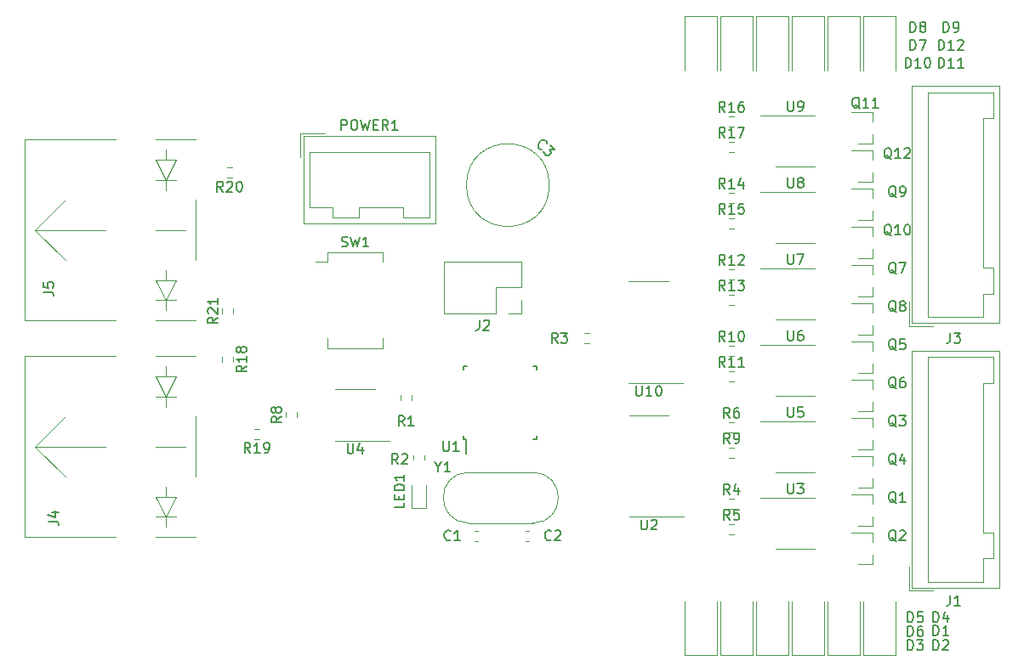
<source format=gto>
G04 #@! TF.GenerationSoftware,KiCad,Pcbnew,(5.1.9)-1*
G04 #@! TF.CreationDate,2021-06-09T23:16:39+02:00*
G04 #@! TF.ProjectId,decoder,6465636f-6465-4722-9e6b-696361645f70,rev?*
G04 #@! TF.SameCoordinates,Original*
G04 #@! TF.FileFunction,Legend,Top*
G04 #@! TF.FilePolarity,Positive*
%FSLAX46Y46*%
G04 Gerber Fmt 4.6, Leading zero omitted, Abs format (unit mm)*
G04 Created by KiCad (PCBNEW (5.1.9)-1) date 2021-06-09 23:16:39*
%MOMM*%
%LPD*%
G01*
G04 APERTURE LIST*
%ADD10C,0.120000*%
%ADD11C,0.150000*%
G04 APERTURE END LIST*
D10*
X155575000Y-85110000D02*
X153625000Y-85110000D01*
X155575000Y-85110000D02*
X157525000Y-85110000D01*
X155575000Y-95230000D02*
X153625000Y-95230000D01*
X155575000Y-95230000D02*
X159025000Y-95230000D01*
X126365000Y-95865000D02*
X124415000Y-95865000D01*
X126365000Y-95865000D02*
X128315000Y-95865000D01*
X126365000Y-100985000D02*
X124415000Y-100985000D01*
X126365000Y-100985000D02*
X129815000Y-100985000D01*
X155610000Y-98445000D02*
X153660000Y-98445000D01*
X155610000Y-98445000D02*
X157560000Y-98445000D01*
X155610000Y-108565000D02*
X153660000Y-108565000D01*
X155610000Y-108565000D02*
X159060000Y-108565000D01*
X113142500Y-88312258D02*
X113142500Y-87837742D01*
X114187500Y-88312258D02*
X114187500Y-87837742D01*
X114092258Y-74817500D02*
X113617742Y-74817500D01*
X114092258Y-73772500D02*
X113617742Y-73772500D01*
X116823258Y-100852500D02*
X116348742Y-100852500D01*
X116823258Y-99807500D02*
X116348742Y-99807500D01*
X114187500Y-92662742D02*
X114187500Y-93137258D01*
X113142500Y-92662742D02*
X113142500Y-93137258D01*
X110505000Y-71010000D02*
X106505000Y-71010000D01*
X102505000Y-71010000D02*
X93505000Y-71010000D01*
X93505000Y-71010000D02*
X93505000Y-89010000D01*
X93505000Y-89010000D02*
X102505000Y-89010000D01*
X106505000Y-89010000D02*
X110505000Y-89010000D01*
X110505000Y-77010000D02*
X110505000Y-83010000D01*
X108505000Y-85010000D02*
X106505000Y-85010000D01*
X106505000Y-85010000D02*
X107505000Y-87010000D01*
X107505000Y-87010000D02*
X108505000Y-85010000D01*
X107505000Y-85010000D02*
X107505000Y-84010000D01*
X108505000Y-87010000D02*
X106505000Y-87010000D01*
X107505000Y-87010000D02*
X107505000Y-88010000D01*
X107505000Y-72010000D02*
X107505000Y-73010000D01*
X107505000Y-73010000D02*
X106505000Y-73010000D01*
X106505000Y-73010000D02*
X107505000Y-75010000D01*
X107505000Y-75010000D02*
X108505000Y-73010000D01*
X108505000Y-73010000D02*
X107505000Y-73010000D01*
X108505000Y-75010000D02*
X106505000Y-75010000D01*
X107505000Y-76010000D02*
X107505000Y-75010000D01*
X109505000Y-80010000D02*
X106505000Y-80010000D01*
X101505000Y-80010000D02*
X94505000Y-80010000D01*
X94505000Y-80010000D02*
X97505000Y-83010000D01*
X94505000Y-80010000D02*
X97505000Y-77010000D01*
X110505000Y-92600000D02*
X106505000Y-92600000D01*
X102505000Y-92600000D02*
X93505000Y-92600000D01*
X93505000Y-92600000D02*
X93505000Y-110600000D01*
X93505000Y-110600000D02*
X102505000Y-110600000D01*
X106505000Y-110600000D02*
X110505000Y-110600000D01*
X110505000Y-98600000D02*
X110505000Y-104600000D01*
X108505000Y-106600000D02*
X106505000Y-106600000D01*
X106505000Y-106600000D02*
X107505000Y-108600000D01*
X107505000Y-108600000D02*
X108505000Y-106600000D01*
X107505000Y-106600000D02*
X107505000Y-105600000D01*
X108505000Y-108600000D02*
X106505000Y-108600000D01*
X107505000Y-108600000D02*
X107505000Y-109600000D01*
X107505000Y-93600000D02*
X107505000Y-94600000D01*
X107505000Y-94600000D02*
X106505000Y-94600000D01*
X106505000Y-94600000D02*
X107505000Y-96600000D01*
X107505000Y-96600000D02*
X108505000Y-94600000D01*
X108505000Y-94600000D02*
X107505000Y-94600000D01*
X108505000Y-96600000D02*
X106505000Y-96600000D01*
X107505000Y-97600000D02*
X107505000Y-96600000D01*
X109505000Y-101600000D02*
X106505000Y-101600000D01*
X101505000Y-101600000D02*
X94505000Y-101600000D01*
X94505000Y-101600000D02*
X97505000Y-104600000D01*
X94505000Y-101600000D02*
X97505000Y-98600000D01*
X181795000Y-89285000D02*
X190515000Y-89285000D01*
X190515000Y-89285000D02*
X190515000Y-65665000D01*
X190515000Y-65665000D02*
X181795000Y-65665000D01*
X181795000Y-65665000D02*
X181795000Y-89285000D01*
X183405000Y-88675000D02*
X188905000Y-88675000D01*
X188905000Y-88675000D02*
X188905000Y-86375000D01*
X188905000Y-86375000D02*
X189905000Y-86375000D01*
X189905000Y-86375000D02*
X189905000Y-83775000D01*
X189905000Y-83775000D02*
X188905000Y-83775000D01*
X188905000Y-83775000D02*
X188905000Y-68875000D01*
X188905000Y-68875000D02*
X189905000Y-68875000D01*
X189905000Y-68875000D02*
X189905000Y-66275000D01*
X189905000Y-66275000D02*
X183405000Y-66275000D01*
X183405000Y-66275000D02*
X183405000Y-88675000D01*
X183905000Y-89585000D02*
X181495000Y-89585000D01*
X181495000Y-89585000D02*
X181495000Y-87175000D01*
X176656000Y-58703000D02*
X173356000Y-58703000D01*
X173356000Y-58703000D02*
X173356000Y-64103000D01*
X176656000Y-58703000D02*
X176656000Y-64103000D01*
X180212000Y-58703000D02*
X176912000Y-58703000D01*
X176912000Y-58703000D02*
X176912000Y-64103000D01*
X180212000Y-58703000D02*
X180212000Y-64103000D01*
X169544000Y-58703000D02*
X166244000Y-58703000D01*
X166244000Y-58703000D02*
X166244000Y-64103000D01*
X169544000Y-58703000D02*
X169544000Y-64103000D01*
X173100000Y-58703000D02*
X169800000Y-58703000D01*
X169800000Y-58703000D02*
X169800000Y-64103000D01*
X173100000Y-58703000D02*
X173100000Y-64103000D01*
X162432000Y-58703000D02*
X159132000Y-58703000D01*
X159132000Y-58703000D02*
X159132000Y-64103000D01*
X162432000Y-58703000D02*
X162432000Y-64103000D01*
X165988000Y-58703000D02*
X162688000Y-58703000D01*
X162688000Y-58703000D02*
X162688000Y-64103000D01*
X165988000Y-58703000D02*
X165988000Y-64103000D01*
X162688000Y-122399000D02*
X165988000Y-122399000D01*
X165988000Y-122399000D02*
X165988000Y-116999000D01*
X162688000Y-122399000D02*
X162688000Y-116999000D01*
X159132000Y-122399000D02*
X162432000Y-122399000D01*
X162432000Y-122399000D02*
X162432000Y-116999000D01*
X159132000Y-122399000D02*
X159132000Y-116999000D01*
X169800000Y-122399000D02*
X173100000Y-122399000D01*
X173100000Y-122399000D02*
X173100000Y-116999000D01*
X169800000Y-122399000D02*
X169800000Y-116999000D01*
X166244000Y-122399000D02*
X169544000Y-122399000D01*
X169544000Y-122399000D02*
X169544000Y-116999000D01*
X166244000Y-122399000D02*
X166244000Y-116999000D01*
X176912000Y-122399000D02*
X180212000Y-122399000D01*
X180212000Y-122399000D02*
X180212000Y-116999000D01*
X176912000Y-122399000D02*
X176912000Y-116999000D01*
X173356000Y-122399000D02*
X176656000Y-122399000D01*
X176656000Y-122399000D02*
X176656000Y-116999000D01*
X173356000Y-122399000D02*
X173356000Y-116999000D01*
X170180000Y-73680000D02*
X172130000Y-73680000D01*
X170180000Y-73680000D02*
X168230000Y-73680000D01*
X170180000Y-68560000D02*
X172130000Y-68560000D01*
X170180000Y-68560000D02*
X166730000Y-68560000D01*
X170180000Y-81300000D02*
X172130000Y-81300000D01*
X170180000Y-81300000D02*
X168230000Y-81300000D01*
X170180000Y-76180000D02*
X172130000Y-76180000D01*
X170180000Y-76180000D02*
X166730000Y-76180000D01*
X170180000Y-88920000D02*
X172130000Y-88920000D01*
X170180000Y-88920000D02*
X168230000Y-88920000D01*
X170180000Y-83800000D02*
X172130000Y-83800000D01*
X170180000Y-83800000D02*
X166730000Y-83800000D01*
X170180000Y-96540000D02*
X172130000Y-96540000D01*
X170180000Y-96540000D02*
X168230000Y-96540000D01*
X170180000Y-91420000D02*
X172130000Y-91420000D01*
X170180000Y-91420000D02*
X166730000Y-91420000D01*
X170180000Y-104160000D02*
X172130000Y-104160000D01*
X170180000Y-104160000D02*
X168230000Y-104160000D01*
X170180000Y-99040000D02*
X172130000Y-99040000D01*
X170180000Y-99040000D02*
X166730000Y-99040000D01*
X170180000Y-111780000D02*
X172130000Y-111780000D01*
X170180000Y-111780000D02*
X168230000Y-111780000D01*
X170180000Y-106660000D02*
X172130000Y-106660000D01*
X170180000Y-106660000D02*
X166730000Y-106660000D01*
X163592742Y-71232500D02*
X164067258Y-71232500D01*
X163592742Y-72277500D02*
X164067258Y-72277500D01*
X163592742Y-68692500D02*
X164067258Y-68692500D01*
X163592742Y-69737500D02*
X164067258Y-69737500D01*
X163592742Y-78852500D02*
X164067258Y-78852500D01*
X163592742Y-79897500D02*
X164067258Y-79897500D01*
X163592742Y-76312500D02*
X164067258Y-76312500D01*
X163592742Y-77357500D02*
X164067258Y-77357500D01*
X163592742Y-86472500D02*
X164067258Y-86472500D01*
X163592742Y-87517500D02*
X164067258Y-87517500D01*
X163592742Y-83932500D02*
X164067258Y-83932500D01*
X163592742Y-84977500D02*
X164067258Y-84977500D01*
X163592742Y-94092500D02*
X164067258Y-94092500D01*
X163592742Y-95137500D02*
X164067258Y-95137500D01*
X163592742Y-91552500D02*
X164067258Y-91552500D01*
X163592742Y-92597500D02*
X164067258Y-92597500D01*
X163592742Y-101712500D02*
X164067258Y-101712500D01*
X163592742Y-102757500D02*
X164067258Y-102757500D01*
X163592742Y-99172500D02*
X164067258Y-99172500D01*
X163592742Y-100217500D02*
X164067258Y-100217500D01*
X163592742Y-109332500D02*
X164067258Y-109332500D01*
X163592742Y-110377500D02*
X164067258Y-110377500D01*
X163592742Y-106792500D02*
X164067258Y-106792500D01*
X163592742Y-107837500D02*
X164067258Y-107837500D01*
X177925000Y-75240000D02*
X177925000Y-74310000D01*
X177925000Y-72080000D02*
X177925000Y-73010000D01*
X177925000Y-72080000D02*
X175765000Y-72080000D01*
X177925000Y-75240000D02*
X176465000Y-75240000D01*
X177925000Y-71430000D02*
X177925000Y-70500000D01*
X177925000Y-68270000D02*
X177925000Y-69200000D01*
X177925000Y-68270000D02*
X175765000Y-68270000D01*
X177925000Y-71430000D02*
X176465000Y-71430000D01*
X177925000Y-82860000D02*
X177925000Y-81930000D01*
X177925000Y-79700000D02*
X177925000Y-80630000D01*
X177925000Y-79700000D02*
X175765000Y-79700000D01*
X177925000Y-82860000D02*
X176465000Y-82860000D01*
X177925000Y-79050000D02*
X177925000Y-78120000D01*
X177925000Y-75890000D02*
X177925000Y-76820000D01*
X177925000Y-75890000D02*
X175765000Y-75890000D01*
X177925000Y-79050000D02*
X176465000Y-79050000D01*
X177925000Y-90480000D02*
X177925000Y-89550000D01*
X177925000Y-87320000D02*
X177925000Y-88250000D01*
X177925000Y-87320000D02*
X175765000Y-87320000D01*
X177925000Y-90480000D02*
X176465000Y-90480000D01*
X177925000Y-86670000D02*
X177925000Y-85740000D01*
X177925000Y-83510000D02*
X177925000Y-84440000D01*
X177925000Y-83510000D02*
X175765000Y-83510000D01*
X177925000Y-86670000D02*
X176465000Y-86670000D01*
X177925000Y-98100000D02*
X177925000Y-97170000D01*
X177925000Y-94940000D02*
X177925000Y-95870000D01*
X177925000Y-94940000D02*
X175765000Y-94940000D01*
X177925000Y-98100000D02*
X176465000Y-98100000D01*
X177925000Y-94290000D02*
X177925000Y-93360000D01*
X177925000Y-91130000D02*
X177925000Y-92060000D01*
X177925000Y-91130000D02*
X175765000Y-91130000D01*
X177925000Y-94290000D02*
X176465000Y-94290000D01*
X177925000Y-105720000D02*
X177925000Y-104790000D01*
X177925000Y-102560000D02*
X177925000Y-103490000D01*
X177925000Y-102560000D02*
X175765000Y-102560000D01*
X177925000Y-105720000D02*
X176465000Y-105720000D01*
X177925000Y-101910000D02*
X177925000Y-100980000D01*
X177925000Y-98750000D02*
X177925000Y-99680000D01*
X177925000Y-98750000D02*
X175765000Y-98750000D01*
X177925000Y-101910000D02*
X176465000Y-101910000D01*
X177925000Y-113340000D02*
X177925000Y-112410000D01*
X177925000Y-110180000D02*
X177925000Y-111110000D01*
X177925000Y-110180000D02*
X175765000Y-110180000D01*
X177925000Y-113340000D02*
X176465000Y-113340000D01*
X177925000Y-109530000D02*
X177925000Y-108600000D01*
X177925000Y-106370000D02*
X177925000Y-107300000D01*
X177925000Y-106370000D02*
X175765000Y-106370000D01*
X177925000Y-109530000D02*
X176465000Y-109530000D01*
X181795000Y-115660000D02*
X190515000Y-115660000D01*
X190515000Y-115660000D02*
X190515000Y-92040000D01*
X190515000Y-92040000D02*
X181795000Y-92040000D01*
X181795000Y-92040000D02*
X181795000Y-115660000D01*
X183405000Y-115050000D02*
X188905000Y-115050000D01*
X188905000Y-115050000D02*
X188905000Y-112750000D01*
X188905000Y-112750000D02*
X189905000Y-112750000D01*
X189905000Y-112750000D02*
X189905000Y-110150000D01*
X189905000Y-110150000D02*
X188905000Y-110150000D01*
X188905000Y-110150000D02*
X188905000Y-95250000D01*
X188905000Y-95250000D02*
X189905000Y-95250000D01*
X189905000Y-95250000D02*
X189905000Y-92650000D01*
X189905000Y-92650000D02*
X183405000Y-92650000D01*
X183405000Y-92650000D02*
X183405000Y-115050000D01*
X183905000Y-115960000D02*
X181495000Y-115960000D01*
X181495000Y-115960000D02*
X181495000Y-113550000D01*
X142935000Y-83125000D02*
X142935000Y-85725000D01*
X142935000Y-83125000D02*
X135195000Y-83125000D01*
X135195000Y-83125000D02*
X135195000Y-88325000D01*
X140335000Y-88325000D02*
X135195000Y-88325000D01*
X140335000Y-85725000D02*
X140335000Y-88325000D01*
X142935000Y-85725000D02*
X140335000Y-85725000D01*
X142935000Y-88325000D02*
X141605000Y-88325000D01*
X142935000Y-86995000D02*
X142935000Y-88325000D01*
X145692437Y-75532437D02*
G75*
G03*
X145692437Y-75532437I-4120000J0D01*
G01*
D11*
X137150000Y-100850000D02*
X137375000Y-100850000D01*
X137150000Y-93600000D02*
X137475000Y-93600000D01*
X144400000Y-93600000D02*
X144075000Y-93600000D01*
X144400000Y-100850000D02*
X144075000Y-100850000D01*
X137150000Y-100850000D02*
X137150000Y-100525000D01*
X144400000Y-100850000D02*
X144400000Y-100525000D01*
X144400000Y-93600000D02*
X144400000Y-93925000D01*
X137150000Y-93600000D02*
X137150000Y-93925000D01*
X137375000Y-100850000D02*
X137375000Y-102275000D01*
D10*
X123604000Y-91765000D02*
X129125000Y-91765000D01*
X122414000Y-83140000D02*
X123604000Y-83140000D01*
X123604000Y-82225000D02*
X123604000Y-83140000D01*
X123604000Y-82225000D02*
X129125000Y-82225000D01*
X129125000Y-82225000D02*
X129125000Y-83200000D01*
X123604000Y-90790000D02*
X123604000Y-91765000D01*
X129125000Y-90790000D02*
X129125000Y-91765000D01*
X121225000Y-70670000D02*
X121225000Y-79390000D01*
X121225000Y-79390000D02*
X134345000Y-79390000D01*
X134345000Y-79390000D02*
X134345000Y-70670000D01*
X134345000Y-70670000D02*
X121225000Y-70670000D01*
X121835000Y-72280000D02*
X121835000Y-77780000D01*
X121835000Y-77780000D02*
X124135000Y-77780000D01*
X124135000Y-77780000D02*
X124135000Y-78780000D01*
X124135000Y-78780000D02*
X126735000Y-78780000D01*
X126735000Y-78780000D02*
X126735000Y-77780000D01*
X126735000Y-77780000D02*
X131135000Y-77780000D01*
X131135000Y-77780000D02*
X131135000Y-78780000D01*
X131135000Y-78780000D02*
X133735000Y-78780000D01*
X133735000Y-78780000D02*
X133735000Y-72280000D01*
X133735000Y-72280000D02*
X121835000Y-72280000D01*
X120925000Y-72780000D02*
X120925000Y-70370000D01*
X120925000Y-70370000D02*
X123335000Y-70370000D01*
X137670000Y-104155000D02*
X144070000Y-104155000D01*
X137670000Y-109205000D02*
X144070000Y-109205000D01*
X144070000Y-109205000D02*
G75*
G03*
X144070000Y-104155000I0J2525000D01*
G01*
X137670000Y-109205000D02*
G75*
G02*
X137670000Y-104155000I0J2525000D01*
G01*
X132192500Y-102917258D02*
X132192500Y-102442742D01*
X133237500Y-102917258D02*
X133237500Y-102442742D01*
X131980000Y-105397500D02*
X131980000Y-107682500D01*
X131980000Y-107682500D02*
X133450000Y-107682500D01*
X133450000Y-107682500D02*
X133450000Y-105397500D01*
X130922500Y-96947258D02*
X130922500Y-96472742D01*
X131967500Y-96947258D02*
X131967500Y-96472742D01*
X119492500Y-98662258D02*
X119492500Y-98187742D01*
X120537500Y-98662258D02*
X120537500Y-98187742D01*
X149177742Y-90282500D02*
X149652258Y-90282500D01*
X149177742Y-91327500D02*
X149652258Y-91327500D01*
X143369420Y-109980000D02*
X143650580Y-109980000D01*
X143369420Y-111000000D02*
X143650580Y-111000000D01*
X138289420Y-109980000D02*
X138570580Y-109980000D01*
X138289420Y-111000000D02*
X138570580Y-111000000D01*
D11*
X154336904Y-95522380D02*
X154336904Y-96331904D01*
X154384523Y-96427142D01*
X154432142Y-96474761D01*
X154527380Y-96522380D01*
X154717857Y-96522380D01*
X154813095Y-96474761D01*
X154860714Y-96427142D01*
X154908333Y-96331904D01*
X154908333Y-95522380D01*
X155908333Y-96522380D02*
X155336904Y-96522380D01*
X155622619Y-96522380D02*
X155622619Y-95522380D01*
X155527380Y-95665238D01*
X155432142Y-95760476D01*
X155336904Y-95808095D01*
X156527380Y-95522380D02*
X156622619Y-95522380D01*
X156717857Y-95570000D01*
X156765476Y-95617619D01*
X156813095Y-95712857D01*
X156860714Y-95903333D01*
X156860714Y-96141428D01*
X156813095Y-96331904D01*
X156765476Y-96427142D01*
X156717857Y-96474761D01*
X156622619Y-96522380D01*
X156527380Y-96522380D01*
X156432142Y-96474761D01*
X156384523Y-96427142D01*
X156336904Y-96331904D01*
X156289285Y-96141428D01*
X156289285Y-95903333D01*
X156336904Y-95712857D01*
X156384523Y-95617619D01*
X156432142Y-95570000D01*
X156527380Y-95522380D01*
X125603095Y-101277380D02*
X125603095Y-102086904D01*
X125650714Y-102182142D01*
X125698333Y-102229761D01*
X125793571Y-102277380D01*
X125984047Y-102277380D01*
X126079285Y-102229761D01*
X126126904Y-102182142D01*
X126174523Y-102086904D01*
X126174523Y-101277380D01*
X127079285Y-101610714D02*
X127079285Y-102277380D01*
X126841190Y-101229761D02*
X126603095Y-101944047D01*
X127222142Y-101944047D01*
X154848095Y-108857380D02*
X154848095Y-109666904D01*
X154895714Y-109762142D01*
X154943333Y-109809761D01*
X155038571Y-109857380D01*
X155229047Y-109857380D01*
X155324285Y-109809761D01*
X155371904Y-109762142D01*
X155419523Y-109666904D01*
X155419523Y-108857380D01*
X155848095Y-108952619D02*
X155895714Y-108905000D01*
X155990952Y-108857380D01*
X156229047Y-108857380D01*
X156324285Y-108905000D01*
X156371904Y-108952619D01*
X156419523Y-109047857D01*
X156419523Y-109143095D01*
X156371904Y-109285952D01*
X155800476Y-109857380D01*
X156419523Y-109857380D01*
X112687380Y-88717857D02*
X112211190Y-89051190D01*
X112687380Y-89289285D02*
X111687380Y-89289285D01*
X111687380Y-88908333D01*
X111735000Y-88813095D01*
X111782619Y-88765476D01*
X111877857Y-88717857D01*
X112020714Y-88717857D01*
X112115952Y-88765476D01*
X112163571Y-88813095D01*
X112211190Y-88908333D01*
X112211190Y-89289285D01*
X111782619Y-88336904D02*
X111735000Y-88289285D01*
X111687380Y-88194047D01*
X111687380Y-87955952D01*
X111735000Y-87860714D01*
X111782619Y-87813095D01*
X111877857Y-87765476D01*
X111973095Y-87765476D01*
X112115952Y-87813095D01*
X112687380Y-88384523D01*
X112687380Y-87765476D01*
X112687380Y-86813095D02*
X112687380Y-87384523D01*
X112687380Y-87098809D02*
X111687380Y-87098809D01*
X111830238Y-87194047D01*
X111925476Y-87289285D01*
X111973095Y-87384523D01*
X113212142Y-76177380D02*
X112878809Y-75701190D01*
X112640714Y-76177380D02*
X112640714Y-75177380D01*
X113021666Y-75177380D01*
X113116904Y-75225000D01*
X113164523Y-75272619D01*
X113212142Y-75367857D01*
X113212142Y-75510714D01*
X113164523Y-75605952D01*
X113116904Y-75653571D01*
X113021666Y-75701190D01*
X112640714Y-75701190D01*
X113593095Y-75272619D02*
X113640714Y-75225000D01*
X113735952Y-75177380D01*
X113974047Y-75177380D01*
X114069285Y-75225000D01*
X114116904Y-75272619D01*
X114164523Y-75367857D01*
X114164523Y-75463095D01*
X114116904Y-75605952D01*
X113545476Y-76177380D01*
X114164523Y-76177380D01*
X114783571Y-75177380D02*
X114878809Y-75177380D01*
X114974047Y-75225000D01*
X115021666Y-75272619D01*
X115069285Y-75367857D01*
X115116904Y-75558333D01*
X115116904Y-75796428D01*
X115069285Y-75986904D01*
X115021666Y-76082142D01*
X114974047Y-76129761D01*
X114878809Y-76177380D01*
X114783571Y-76177380D01*
X114688333Y-76129761D01*
X114640714Y-76082142D01*
X114593095Y-75986904D01*
X114545476Y-75796428D01*
X114545476Y-75558333D01*
X114593095Y-75367857D01*
X114640714Y-75272619D01*
X114688333Y-75225000D01*
X114783571Y-75177380D01*
X115943142Y-102212380D02*
X115609809Y-101736190D01*
X115371714Y-102212380D02*
X115371714Y-101212380D01*
X115752666Y-101212380D01*
X115847904Y-101260000D01*
X115895523Y-101307619D01*
X115943142Y-101402857D01*
X115943142Y-101545714D01*
X115895523Y-101640952D01*
X115847904Y-101688571D01*
X115752666Y-101736190D01*
X115371714Y-101736190D01*
X116895523Y-102212380D02*
X116324095Y-102212380D01*
X116609809Y-102212380D02*
X116609809Y-101212380D01*
X116514571Y-101355238D01*
X116419333Y-101450476D01*
X116324095Y-101498095D01*
X117371714Y-102212380D02*
X117562190Y-102212380D01*
X117657428Y-102164761D01*
X117705047Y-102117142D01*
X117800285Y-101974285D01*
X117847904Y-101783809D01*
X117847904Y-101402857D01*
X117800285Y-101307619D01*
X117752666Y-101260000D01*
X117657428Y-101212380D01*
X117466952Y-101212380D01*
X117371714Y-101260000D01*
X117324095Y-101307619D01*
X117276476Y-101402857D01*
X117276476Y-101640952D01*
X117324095Y-101736190D01*
X117371714Y-101783809D01*
X117466952Y-101831428D01*
X117657428Y-101831428D01*
X117752666Y-101783809D01*
X117800285Y-101736190D01*
X117847904Y-101640952D01*
X115547380Y-93542857D02*
X115071190Y-93876190D01*
X115547380Y-94114285D02*
X114547380Y-94114285D01*
X114547380Y-93733333D01*
X114595000Y-93638095D01*
X114642619Y-93590476D01*
X114737857Y-93542857D01*
X114880714Y-93542857D01*
X114975952Y-93590476D01*
X115023571Y-93638095D01*
X115071190Y-93733333D01*
X115071190Y-94114285D01*
X115547380Y-92590476D02*
X115547380Y-93161904D01*
X115547380Y-92876190D02*
X114547380Y-92876190D01*
X114690238Y-92971428D01*
X114785476Y-93066666D01*
X114833095Y-93161904D01*
X114975952Y-92019047D02*
X114928333Y-92114285D01*
X114880714Y-92161904D01*
X114785476Y-92209523D01*
X114737857Y-92209523D01*
X114642619Y-92161904D01*
X114595000Y-92114285D01*
X114547380Y-92019047D01*
X114547380Y-91828571D01*
X114595000Y-91733333D01*
X114642619Y-91685714D01*
X114737857Y-91638095D01*
X114785476Y-91638095D01*
X114880714Y-91685714D01*
X114928333Y-91733333D01*
X114975952Y-91828571D01*
X114975952Y-92019047D01*
X115023571Y-92114285D01*
X115071190Y-92161904D01*
X115166428Y-92209523D01*
X115356904Y-92209523D01*
X115452142Y-92161904D01*
X115499761Y-92114285D01*
X115547380Y-92019047D01*
X115547380Y-91828571D01*
X115499761Y-91733333D01*
X115452142Y-91685714D01*
X115356904Y-91638095D01*
X115166428Y-91638095D01*
X115071190Y-91685714D01*
X115023571Y-91733333D01*
X114975952Y-91828571D01*
X95337380Y-86185333D02*
X96051666Y-86185333D01*
X96194523Y-86232952D01*
X96289761Y-86328190D01*
X96337380Y-86471047D01*
X96337380Y-86566285D01*
X95337380Y-85232952D02*
X95337380Y-85709142D01*
X95813571Y-85756761D01*
X95765952Y-85709142D01*
X95718333Y-85613904D01*
X95718333Y-85375809D01*
X95765952Y-85280571D01*
X95813571Y-85232952D01*
X95908809Y-85185333D01*
X96146904Y-85185333D01*
X96242142Y-85232952D01*
X96289761Y-85280571D01*
X96337380Y-85375809D01*
X96337380Y-85613904D01*
X96289761Y-85709142D01*
X96242142Y-85756761D01*
X95845380Y-109045333D02*
X96559666Y-109045333D01*
X96702523Y-109092952D01*
X96797761Y-109188190D01*
X96845380Y-109331047D01*
X96845380Y-109426285D01*
X96178714Y-108140571D02*
X96845380Y-108140571D01*
X95797761Y-108378666D02*
X96512047Y-108616761D01*
X96512047Y-107997714D01*
X185594666Y-90257380D02*
X185594666Y-90971666D01*
X185547047Y-91114523D01*
X185451809Y-91209761D01*
X185308952Y-91257380D01*
X185213714Y-91257380D01*
X185975619Y-90257380D02*
X186594666Y-90257380D01*
X186261333Y-90638333D01*
X186404190Y-90638333D01*
X186499428Y-90685952D01*
X186547047Y-90733571D01*
X186594666Y-90828809D01*
X186594666Y-91066904D01*
X186547047Y-91162142D01*
X186499428Y-91209761D01*
X186404190Y-91257380D01*
X186118476Y-91257380D01*
X186023238Y-91209761D01*
X185975619Y-91162142D01*
X184459714Y-62047380D02*
X184459714Y-61047380D01*
X184697809Y-61047380D01*
X184840666Y-61095000D01*
X184935904Y-61190238D01*
X184983523Y-61285476D01*
X185031142Y-61475952D01*
X185031142Y-61618809D01*
X184983523Y-61809285D01*
X184935904Y-61904523D01*
X184840666Y-61999761D01*
X184697809Y-62047380D01*
X184459714Y-62047380D01*
X185983523Y-62047380D02*
X185412095Y-62047380D01*
X185697809Y-62047380D02*
X185697809Y-61047380D01*
X185602571Y-61190238D01*
X185507333Y-61285476D01*
X185412095Y-61333095D01*
X186364476Y-61142619D02*
X186412095Y-61095000D01*
X186507333Y-61047380D01*
X186745428Y-61047380D01*
X186840666Y-61095000D01*
X186888285Y-61142619D01*
X186935904Y-61237857D01*
X186935904Y-61333095D01*
X186888285Y-61475952D01*
X186316857Y-62047380D01*
X186935904Y-62047380D01*
X184459714Y-63825380D02*
X184459714Y-62825380D01*
X184697809Y-62825380D01*
X184840666Y-62873000D01*
X184935904Y-62968238D01*
X184983523Y-63063476D01*
X185031142Y-63253952D01*
X185031142Y-63396809D01*
X184983523Y-63587285D01*
X184935904Y-63682523D01*
X184840666Y-63777761D01*
X184697809Y-63825380D01*
X184459714Y-63825380D01*
X185983523Y-63825380D02*
X185412095Y-63825380D01*
X185697809Y-63825380D02*
X185697809Y-62825380D01*
X185602571Y-62968238D01*
X185507333Y-63063476D01*
X185412095Y-63111095D01*
X186935904Y-63825380D02*
X186364476Y-63825380D01*
X186650190Y-63825380D02*
X186650190Y-62825380D01*
X186554952Y-62968238D01*
X186459714Y-63063476D01*
X186364476Y-63111095D01*
X181157714Y-63825380D02*
X181157714Y-62825380D01*
X181395809Y-62825380D01*
X181538666Y-62873000D01*
X181633904Y-62968238D01*
X181681523Y-63063476D01*
X181729142Y-63253952D01*
X181729142Y-63396809D01*
X181681523Y-63587285D01*
X181633904Y-63682523D01*
X181538666Y-63777761D01*
X181395809Y-63825380D01*
X181157714Y-63825380D01*
X182681523Y-63825380D02*
X182110095Y-63825380D01*
X182395809Y-63825380D02*
X182395809Y-62825380D01*
X182300571Y-62968238D01*
X182205333Y-63063476D01*
X182110095Y-63111095D01*
X183300571Y-62825380D02*
X183395809Y-62825380D01*
X183491047Y-62873000D01*
X183538666Y-62920619D01*
X183586285Y-63015857D01*
X183633904Y-63206333D01*
X183633904Y-63444428D01*
X183586285Y-63634904D01*
X183538666Y-63730142D01*
X183491047Y-63777761D01*
X183395809Y-63825380D01*
X183300571Y-63825380D01*
X183205333Y-63777761D01*
X183157714Y-63730142D01*
X183110095Y-63634904D01*
X183062476Y-63444428D01*
X183062476Y-63206333D01*
X183110095Y-63015857D01*
X183157714Y-62920619D01*
X183205333Y-62873000D01*
X183300571Y-62825380D01*
X184935904Y-60269380D02*
X184935904Y-59269380D01*
X185174000Y-59269380D01*
X185316857Y-59317000D01*
X185412095Y-59412238D01*
X185459714Y-59507476D01*
X185507333Y-59697952D01*
X185507333Y-59840809D01*
X185459714Y-60031285D01*
X185412095Y-60126523D01*
X185316857Y-60221761D01*
X185174000Y-60269380D01*
X184935904Y-60269380D01*
X185983523Y-60269380D02*
X186174000Y-60269380D01*
X186269238Y-60221761D01*
X186316857Y-60174142D01*
X186412095Y-60031285D01*
X186459714Y-59840809D01*
X186459714Y-59459857D01*
X186412095Y-59364619D01*
X186364476Y-59317000D01*
X186269238Y-59269380D01*
X186078761Y-59269380D01*
X185983523Y-59317000D01*
X185935904Y-59364619D01*
X185888285Y-59459857D01*
X185888285Y-59697952D01*
X185935904Y-59793190D01*
X185983523Y-59840809D01*
X186078761Y-59888428D01*
X186269238Y-59888428D01*
X186364476Y-59840809D01*
X186412095Y-59793190D01*
X186459714Y-59697952D01*
X181633904Y-60269380D02*
X181633904Y-59269380D01*
X181872000Y-59269380D01*
X182014857Y-59317000D01*
X182110095Y-59412238D01*
X182157714Y-59507476D01*
X182205333Y-59697952D01*
X182205333Y-59840809D01*
X182157714Y-60031285D01*
X182110095Y-60126523D01*
X182014857Y-60221761D01*
X181872000Y-60269380D01*
X181633904Y-60269380D01*
X182776761Y-59697952D02*
X182681523Y-59650333D01*
X182633904Y-59602714D01*
X182586285Y-59507476D01*
X182586285Y-59459857D01*
X182633904Y-59364619D01*
X182681523Y-59317000D01*
X182776761Y-59269380D01*
X182967238Y-59269380D01*
X183062476Y-59317000D01*
X183110095Y-59364619D01*
X183157714Y-59459857D01*
X183157714Y-59507476D01*
X183110095Y-59602714D01*
X183062476Y-59650333D01*
X182967238Y-59697952D01*
X182776761Y-59697952D01*
X182681523Y-59745571D01*
X182633904Y-59793190D01*
X182586285Y-59888428D01*
X182586285Y-60078904D01*
X182633904Y-60174142D01*
X182681523Y-60221761D01*
X182776761Y-60269380D01*
X182967238Y-60269380D01*
X183062476Y-60221761D01*
X183110095Y-60174142D01*
X183157714Y-60078904D01*
X183157714Y-59888428D01*
X183110095Y-59793190D01*
X183062476Y-59745571D01*
X182967238Y-59697952D01*
X181633904Y-62047380D02*
X181633904Y-61047380D01*
X181872000Y-61047380D01*
X182014857Y-61095000D01*
X182110095Y-61190238D01*
X182157714Y-61285476D01*
X182205333Y-61475952D01*
X182205333Y-61618809D01*
X182157714Y-61809285D01*
X182110095Y-61904523D01*
X182014857Y-61999761D01*
X181872000Y-62047380D01*
X181633904Y-62047380D01*
X182538666Y-61047380D02*
X183205333Y-61047380D01*
X182776761Y-62047380D01*
X181379904Y-120467380D02*
X181379904Y-119467380D01*
X181618000Y-119467380D01*
X181760857Y-119515000D01*
X181856095Y-119610238D01*
X181903714Y-119705476D01*
X181951333Y-119895952D01*
X181951333Y-120038809D01*
X181903714Y-120229285D01*
X181856095Y-120324523D01*
X181760857Y-120419761D01*
X181618000Y-120467380D01*
X181379904Y-120467380D01*
X182808476Y-119467380D02*
X182618000Y-119467380D01*
X182522761Y-119515000D01*
X182475142Y-119562619D01*
X182379904Y-119705476D01*
X182332285Y-119895952D01*
X182332285Y-120276904D01*
X182379904Y-120372142D01*
X182427523Y-120419761D01*
X182522761Y-120467380D01*
X182713238Y-120467380D01*
X182808476Y-120419761D01*
X182856095Y-120372142D01*
X182903714Y-120276904D01*
X182903714Y-120038809D01*
X182856095Y-119943571D01*
X182808476Y-119895952D01*
X182713238Y-119848333D01*
X182522761Y-119848333D01*
X182427523Y-119895952D01*
X182379904Y-119943571D01*
X182332285Y-120038809D01*
X181379904Y-119070380D02*
X181379904Y-118070380D01*
X181618000Y-118070380D01*
X181760857Y-118118000D01*
X181856095Y-118213238D01*
X181903714Y-118308476D01*
X181951333Y-118498952D01*
X181951333Y-118641809D01*
X181903714Y-118832285D01*
X181856095Y-118927523D01*
X181760857Y-119022761D01*
X181618000Y-119070380D01*
X181379904Y-119070380D01*
X182856095Y-118070380D02*
X182379904Y-118070380D01*
X182332285Y-118546571D01*
X182379904Y-118498952D01*
X182475142Y-118451333D01*
X182713238Y-118451333D01*
X182808476Y-118498952D01*
X182856095Y-118546571D01*
X182903714Y-118641809D01*
X182903714Y-118879904D01*
X182856095Y-118975142D01*
X182808476Y-119022761D01*
X182713238Y-119070380D01*
X182475142Y-119070380D01*
X182379904Y-119022761D01*
X182332285Y-118975142D01*
X183919904Y-119070380D02*
X183919904Y-118070380D01*
X184158000Y-118070380D01*
X184300857Y-118118000D01*
X184396095Y-118213238D01*
X184443714Y-118308476D01*
X184491333Y-118498952D01*
X184491333Y-118641809D01*
X184443714Y-118832285D01*
X184396095Y-118927523D01*
X184300857Y-119022761D01*
X184158000Y-119070380D01*
X183919904Y-119070380D01*
X185348476Y-118403714D02*
X185348476Y-119070380D01*
X185110380Y-118022761D02*
X184872285Y-118737047D01*
X185491333Y-118737047D01*
X181379904Y-121864380D02*
X181379904Y-120864380D01*
X181618000Y-120864380D01*
X181760857Y-120912000D01*
X181856095Y-121007238D01*
X181903714Y-121102476D01*
X181951333Y-121292952D01*
X181951333Y-121435809D01*
X181903714Y-121626285D01*
X181856095Y-121721523D01*
X181760857Y-121816761D01*
X181618000Y-121864380D01*
X181379904Y-121864380D01*
X182284666Y-120864380D02*
X182903714Y-120864380D01*
X182570380Y-121245333D01*
X182713238Y-121245333D01*
X182808476Y-121292952D01*
X182856095Y-121340571D01*
X182903714Y-121435809D01*
X182903714Y-121673904D01*
X182856095Y-121769142D01*
X182808476Y-121816761D01*
X182713238Y-121864380D01*
X182427523Y-121864380D01*
X182332285Y-121816761D01*
X182284666Y-121769142D01*
X183919904Y-121864380D02*
X183919904Y-120864380D01*
X184158000Y-120864380D01*
X184300857Y-120912000D01*
X184396095Y-121007238D01*
X184443714Y-121102476D01*
X184491333Y-121292952D01*
X184491333Y-121435809D01*
X184443714Y-121626285D01*
X184396095Y-121721523D01*
X184300857Y-121816761D01*
X184158000Y-121864380D01*
X183919904Y-121864380D01*
X184872285Y-120959619D02*
X184919904Y-120912000D01*
X185015142Y-120864380D01*
X185253238Y-120864380D01*
X185348476Y-120912000D01*
X185396095Y-120959619D01*
X185443714Y-121054857D01*
X185443714Y-121150095D01*
X185396095Y-121292952D01*
X184824666Y-121864380D01*
X185443714Y-121864380D01*
X183919904Y-120403880D02*
X183919904Y-119403880D01*
X184158000Y-119403880D01*
X184300857Y-119451500D01*
X184396095Y-119546738D01*
X184443714Y-119641976D01*
X184491333Y-119832452D01*
X184491333Y-119975309D01*
X184443714Y-120165785D01*
X184396095Y-120261023D01*
X184300857Y-120356261D01*
X184158000Y-120403880D01*
X183919904Y-120403880D01*
X185443714Y-120403880D02*
X184872285Y-120403880D01*
X185158000Y-120403880D02*
X185158000Y-119403880D01*
X185062761Y-119546738D01*
X184967523Y-119641976D01*
X184872285Y-119689595D01*
X169418095Y-67172380D02*
X169418095Y-67981904D01*
X169465714Y-68077142D01*
X169513333Y-68124761D01*
X169608571Y-68172380D01*
X169799047Y-68172380D01*
X169894285Y-68124761D01*
X169941904Y-68077142D01*
X169989523Y-67981904D01*
X169989523Y-67172380D01*
X170513333Y-68172380D02*
X170703809Y-68172380D01*
X170799047Y-68124761D01*
X170846666Y-68077142D01*
X170941904Y-67934285D01*
X170989523Y-67743809D01*
X170989523Y-67362857D01*
X170941904Y-67267619D01*
X170894285Y-67220000D01*
X170799047Y-67172380D01*
X170608571Y-67172380D01*
X170513333Y-67220000D01*
X170465714Y-67267619D01*
X170418095Y-67362857D01*
X170418095Y-67600952D01*
X170465714Y-67696190D01*
X170513333Y-67743809D01*
X170608571Y-67791428D01*
X170799047Y-67791428D01*
X170894285Y-67743809D01*
X170941904Y-67696190D01*
X170989523Y-67600952D01*
X169418095Y-74792380D02*
X169418095Y-75601904D01*
X169465714Y-75697142D01*
X169513333Y-75744761D01*
X169608571Y-75792380D01*
X169799047Y-75792380D01*
X169894285Y-75744761D01*
X169941904Y-75697142D01*
X169989523Y-75601904D01*
X169989523Y-74792380D01*
X170608571Y-75220952D02*
X170513333Y-75173333D01*
X170465714Y-75125714D01*
X170418095Y-75030476D01*
X170418095Y-74982857D01*
X170465714Y-74887619D01*
X170513333Y-74840000D01*
X170608571Y-74792380D01*
X170799047Y-74792380D01*
X170894285Y-74840000D01*
X170941904Y-74887619D01*
X170989523Y-74982857D01*
X170989523Y-75030476D01*
X170941904Y-75125714D01*
X170894285Y-75173333D01*
X170799047Y-75220952D01*
X170608571Y-75220952D01*
X170513333Y-75268571D01*
X170465714Y-75316190D01*
X170418095Y-75411428D01*
X170418095Y-75601904D01*
X170465714Y-75697142D01*
X170513333Y-75744761D01*
X170608571Y-75792380D01*
X170799047Y-75792380D01*
X170894285Y-75744761D01*
X170941904Y-75697142D01*
X170989523Y-75601904D01*
X170989523Y-75411428D01*
X170941904Y-75316190D01*
X170894285Y-75268571D01*
X170799047Y-75220952D01*
X169418095Y-82412380D02*
X169418095Y-83221904D01*
X169465714Y-83317142D01*
X169513333Y-83364761D01*
X169608571Y-83412380D01*
X169799047Y-83412380D01*
X169894285Y-83364761D01*
X169941904Y-83317142D01*
X169989523Y-83221904D01*
X169989523Y-82412380D01*
X170370476Y-82412380D02*
X171037142Y-82412380D01*
X170608571Y-83412380D01*
X169418095Y-90032380D02*
X169418095Y-90841904D01*
X169465714Y-90937142D01*
X169513333Y-90984761D01*
X169608571Y-91032380D01*
X169799047Y-91032380D01*
X169894285Y-90984761D01*
X169941904Y-90937142D01*
X169989523Y-90841904D01*
X169989523Y-90032380D01*
X170894285Y-90032380D02*
X170703809Y-90032380D01*
X170608571Y-90080000D01*
X170560952Y-90127619D01*
X170465714Y-90270476D01*
X170418095Y-90460952D01*
X170418095Y-90841904D01*
X170465714Y-90937142D01*
X170513333Y-90984761D01*
X170608571Y-91032380D01*
X170799047Y-91032380D01*
X170894285Y-90984761D01*
X170941904Y-90937142D01*
X170989523Y-90841904D01*
X170989523Y-90603809D01*
X170941904Y-90508571D01*
X170894285Y-90460952D01*
X170799047Y-90413333D01*
X170608571Y-90413333D01*
X170513333Y-90460952D01*
X170465714Y-90508571D01*
X170418095Y-90603809D01*
X169418095Y-97652380D02*
X169418095Y-98461904D01*
X169465714Y-98557142D01*
X169513333Y-98604761D01*
X169608571Y-98652380D01*
X169799047Y-98652380D01*
X169894285Y-98604761D01*
X169941904Y-98557142D01*
X169989523Y-98461904D01*
X169989523Y-97652380D01*
X170941904Y-97652380D02*
X170465714Y-97652380D01*
X170418095Y-98128571D01*
X170465714Y-98080952D01*
X170560952Y-98033333D01*
X170799047Y-98033333D01*
X170894285Y-98080952D01*
X170941904Y-98128571D01*
X170989523Y-98223809D01*
X170989523Y-98461904D01*
X170941904Y-98557142D01*
X170894285Y-98604761D01*
X170799047Y-98652380D01*
X170560952Y-98652380D01*
X170465714Y-98604761D01*
X170418095Y-98557142D01*
X169418095Y-105272380D02*
X169418095Y-106081904D01*
X169465714Y-106177142D01*
X169513333Y-106224761D01*
X169608571Y-106272380D01*
X169799047Y-106272380D01*
X169894285Y-106224761D01*
X169941904Y-106177142D01*
X169989523Y-106081904D01*
X169989523Y-105272380D01*
X170370476Y-105272380D02*
X170989523Y-105272380D01*
X170656190Y-105653333D01*
X170799047Y-105653333D01*
X170894285Y-105700952D01*
X170941904Y-105748571D01*
X170989523Y-105843809D01*
X170989523Y-106081904D01*
X170941904Y-106177142D01*
X170894285Y-106224761D01*
X170799047Y-106272380D01*
X170513333Y-106272380D01*
X170418095Y-106224761D01*
X170370476Y-106177142D01*
X163187142Y-70777380D02*
X162853809Y-70301190D01*
X162615714Y-70777380D02*
X162615714Y-69777380D01*
X162996666Y-69777380D01*
X163091904Y-69825000D01*
X163139523Y-69872619D01*
X163187142Y-69967857D01*
X163187142Y-70110714D01*
X163139523Y-70205952D01*
X163091904Y-70253571D01*
X162996666Y-70301190D01*
X162615714Y-70301190D01*
X164139523Y-70777380D02*
X163568095Y-70777380D01*
X163853809Y-70777380D02*
X163853809Y-69777380D01*
X163758571Y-69920238D01*
X163663333Y-70015476D01*
X163568095Y-70063095D01*
X164472857Y-69777380D02*
X165139523Y-69777380D01*
X164710952Y-70777380D01*
X163187142Y-68237380D02*
X162853809Y-67761190D01*
X162615714Y-68237380D02*
X162615714Y-67237380D01*
X162996666Y-67237380D01*
X163091904Y-67285000D01*
X163139523Y-67332619D01*
X163187142Y-67427857D01*
X163187142Y-67570714D01*
X163139523Y-67665952D01*
X163091904Y-67713571D01*
X162996666Y-67761190D01*
X162615714Y-67761190D01*
X164139523Y-68237380D02*
X163568095Y-68237380D01*
X163853809Y-68237380D02*
X163853809Y-67237380D01*
X163758571Y-67380238D01*
X163663333Y-67475476D01*
X163568095Y-67523095D01*
X164996666Y-67237380D02*
X164806190Y-67237380D01*
X164710952Y-67285000D01*
X164663333Y-67332619D01*
X164568095Y-67475476D01*
X164520476Y-67665952D01*
X164520476Y-68046904D01*
X164568095Y-68142142D01*
X164615714Y-68189761D01*
X164710952Y-68237380D01*
X164901428Y-68237380D01*
X164996666Y-68189761D01*
X165044285Y-68142142D01*
X165091904Y-68046904D01*
X165091904Y-67808809D01*
X165044285Y-67713571D01*
X164996666Y-67665952D01*
X164901428Y-67618333D01*
X164710952Y-67618333D01*
X164615714Y-67665952D01*
X164568095Y-67713571D01*
X164520476Y-67808809D01*
X163187142Y-78397380D02*
X162853809Y-77921190D01*
X162615714Y-78397380D02*
X162615714Y-77397380D01*
X162996666Y-77397380D01*
X163091904Y-77445000D01*
X163139523Y-77492619D01*
X163187142Y-77587857D01*
X163187142Y-77730714D01*
X163139523Y-77825952D01*
X163091904Y-77873571D01*
X162996666Y-77921190D01*
X162615714Y-77921190D01*
X164139523Y-78397380D02*
X163568095Y-78397380D01*
X163853809Y-78397380D02*
X163853809Y-77397380D01*
X163758571Y-77540238D01*
X163663333Y-77635476D01*
X163568095Y-77683095D01*
X165044285Y-77397380D02*
X164568095Y-77397380D01*
X164520476Y-77873571D01*
X164568095Y-77825952D01*
X164663333Y-77778333D01*
X164901428Y-77778333D01*
X164996666Y-77825952D01*
X165044285Y-77873571D01*
X165091904Y-77968809D01*
X165091904Y-78206904D01*
X165044285Y-78302142D01*
X164996666Y-78349761D01*
X164901428Y-78397380D01*
X164663333Y-78397380D01*
X164568095Y-78349761D01*
X164520476Y-78302142D01*
X163187142Y-75857380D02*
X162853809Y-75381190D01*
X162615714Y-75857380D02*
X162615714Y-74857380D01*
X162996666Y-74857380D01*
X163091904Y-74905000D01*
X163139523Y-74952619D01*
X163187142Y-75047857D01*
X163187142Y-75190714D01*
X163139523Y-75285952D01*
X163091904Y-75333571D01*
X162996666Y-75381190D01*
X162615714Y-75381190D01*
X164139523Y-75857380D02*
X163568095Y-75857380D01*
X163853809Y-75857380D02*
X163853809Y-74857380D01*
X163758571Y-75000238D01*
X163663333Y-75095476D01*
X163568095Y-75143095D01*
X164996666Y-75190714D02*
X164996666Y-75857380D01*
X164758571Y-74809761D02*
X164520476Y-75524047D01*
X165139523Y-75524047D01*
X163187142Y-86017380D02*
X162853809Y-85541190D01*
X162615714Y-86017380D02*
X162615714Y-85017380D01*
X162996666Y-85017380D01*
X163091904Y-85065000D01*
X163139523Y-85112619D01*
X163187142Y-85207857D01*
X163187142Y-85350714D01*
X163139523Y-85445952D01*
X163091904Y-85493571D01*
X162996666Y-85541190D01*
X162615714Y-85541190D01*
X164139523Y-86017380D02*
X163568095Y-86017380D01*
X163853809Y-86017380D02*
X163853809Y-85017380D01*
X163758571Y-85160238D01*
X163663333Y-85255476D01*
X163568095Y-85303095D01*
X164472857Y-85017380D02*
X165091904Y-85017380D01*
X164758571Y-85398333D01*
X164901428Y-85398333D01*
X164996666Y-85445952D01*
X165044285Y-85493571D01*
X165091904Y-85588809D01*
X165091904Y-85826904D01*
X165044285Y-85922142D01*
X164996666Y-85969761D01*
X164901428Y-86017380D01*
X164615714Y-86017380D01*
X164520476Y-85969761D01*
X164472857Y-85922142D01*
X163187142Y-83477380D02*
X162853809Y-83001190D01*
X162615714Y-83477380D02*
X162615714Y-82477380D01*
X162996666Y-82477380D01*
X163091904Y-82525000D01*
X163139523Y-82572619D01*
X163187142Y-82667857D01*
X163187142Y-82810714D01*
X163139523Y-82905952D01*
X163091904Y-82953571D01*
X162996666Y-83001190D01*
X162615714Y-83001190D01*
X164139523Y-83477380D02*
X163568095Y-83477380D01*
X163853809Y-83477380D02*
X163853809Y-82477380D01*
X163758571Y-82620238D01*
X163663333Y-82715476D01*
X163568095Y-82763095D01*
X164520476Y-82572619D02*
X164568095Y-82525000D01*
X164663333Y-82477380D01*
X164901428Y-82477380D01*
X164996666Y-82525000D01*
X165044285Y-82572619D01*
X165091904Y-82667857D01*
X165091904Y-82763095D01*
X165044285Y-82905952D01*
X164472857Y-83477380D01*
X165091904Y-83477380D01*
X163187142Y-93637380D02*
X162853809Y-93161190D01*
X162615714Y-93637380D02*
X162615714Y-92637380D01*
X162996666Y-92637380D01*
X163091904Y-92685000D01*
X163139523Y-92732619D01*
X163187142Y-92827857D01*
X163187142Y-92970714D01*
X163139523Y-93065952D01*
X163091904Y-93113571D01*
X162996666Y-93161190D01*
X162615714Y-93161190D01*
X164139523Y-93637380D02*
X163568095Y-93637380D01*
X163853809Y-93637380D02*
X163853809Y-92637380D01*
X163758571Y-92780238D01*
X163663333Y-92875476D01*
X163568095Y-92923095D01*
X165091904Y-93637380D02*
X164520476Y-93637380D01*
X164806190Y-93637380D02*
X164806190Y-92637380D01*
X164710952Y-92780238D01*
X164615714Y-92875476D01*
X164520476Y-92923095D01*
X163187142Y-91097380D02*
X162853809Y-90621190D01*
X162615714Y-91097380D02*
X162615714Y-90097380D01*
X162996666Y-90097380D01*
X163091904Y-90145000D01*
X163139523Y-90192619D01*
X163187142Y-90287857D01*
X163187142Y-90430714D01*
X163139523Y-90525952D01*
X163091904Y-90573571D01*
X162996666Y-90621190D01*
X162615714Y-90621190D01*
X164139523Y-91097380D02*
X163568095Y-91097380D01*
X163853809Y-91097380D02*
X163853809Y-90097380D01*
X163758571Y-90240238D01*
X163663333Y-90335476D01*
X163568095Y-90383095D01*
X164758571Y-90097380D02*
X164853809Y-90097380D01*
X164949047Y-90145000D01*
X164996666Y-90192619D01*
X165044285Y-90287857D01*
X165091904Y-90478333D01*
X165091904Y-90716428D01*
X165044285Y-90906904D01*
X164996666Y-91002142D01*
X164949047Y-91049761D01*
X164853809Y-91097380D01*
X164758571Y-91097380D01*
X164663333Y-91049761D01*
X164615714Y-91002142D01*
X164568095Y-90906904D01*
X164520476Y-90716428D01*
X164520476Y-90478333D01*
X164568095Y-90287857D01*
X164615714Y-90192619D01*
X164663333Y-90145000D01*
X164758571Y-90097380D01*
X163663333Y-101257380D02*
X163330000Y-100781190D01*
X163091904Y-101257380D02*
X163091904Y-100257380D01*
X163472857Y-100257380D01*
X163568095Y-100305000D01*
X163615714Y-100352619D01*
X163663333Y-100447857D01*
X163663333Y-100590714D01*
X163615714Y-100685952D01*
X163568095Y-100733571D01*
X163472857Y-100781190D01*
X163091904Y-100781190D01*
X164139523Y-101257380D02*
X164330000Y-101257380D01*
X164425238Y-101209761D01*
X164472857Y-101162142D01*
X164568095Y-101019285D01*
X164615714Y-100828809D01*
X164615714Y-100447857D01*
X164568095Y-100352619D01*
X164520476Y-100305000D01*
X164425238Y-100257380D01*
X164234761Y-100257380D01*
X164139523Y-100305000D01*
X164091904Y-100352619D01*
X164044285Y-100447857D01*
X164044285Y-100685952D01*
X164091904Y-100781190D01*
X164139523Y-100828809D01*
X164234761Y-100876428D01*
X164425238Y-100876428D01*
X164520476Y-100828809D01*
X164568095Y-100781190D01*
X164615714Y-100685952D01*
X163663333Y-98717380D02*
X163330000Y-98241190D01*
X163091904Y-98717380D02*
X163091904Y-97717380D01*
X163472857Y-97717380D01*
X163568095Y-97765000D01*
X163615714Y-97812619D01*
X163663333Y-97907857D01*
X163663333Y-98050714D01*
X163615714Y-98145952D01*
X163568095Y-98193571D01*
X163472857Y-98241190D01*
X163091904Y-98241190D01*
X164520476Y-97717380D02*
X164330000Y-97717380D01*
X164234761Y-97765000D01*
X164187142Y-97812619D01*
X164091904Y-97955476D01*
X164044285Y-98145952D01*
X164044285Y-98526904D01*
X164091904Y-98622142D01*
X164139523Y-98669761D01*
X164234761Y-98717380D01*
X164425238Y-98717380D01*
X164520476Y-98669761D01*
X164568095Y-98622142D01*
X164615714Y-98526904D01*
X164615714Y-98288809D01*
X164568095Y-98193571D01*
X164520476Y-98145952D01*
X164425238Y-98098333D01*
X164234761Y-98098333D01*
X164139523Y-98145952D01*
X164091904Y-98193571D01*
X164044285Y-98288809D01*
X163663333Y-108877380D02*
X163330000Y-108401190D01*
X163091904Y-108877380D02*
X163091904Y-107877380D01*
X163472857Y-107877380D01*
X163568095Y-107925000D01*
X163615714Y-107972619D01*
X163663333Y-108067857D01*
X163663333Y-108210714D01*
X163615714Y-108305952D01*
X163568095Y-108353571D01*
X163472857Y-108401190D01*
X163091904Y-108401190D01*
X164568095Y-107877380D02*
X164091904Y-107877380D01*
X164044285Y-108353571D01*
X164091904Y-108305952D01*
X164187142Y-108258333D01*
X164425238Y-108258333D01*
X164520476Y-108305952D01*
X164568095Y-108353571D01*
X164615714Y-108448809D01*
X164615714Y-108686904D01*
X164568095Y-108782142D01*
X164520476Y-108829761D01*
X164425238Y-108877380D01*
X164187142Y-108877380D01*
X164091904Y-108829761D01*
X164044285Y-108782142D01*
X163663333Y-106337380D02*
X163330000Y-105861190D01*
X163091904Y-106337380D02*
X163091904Y-105337380D01*
X163472857Y-105337380D01*
X163568095Y-105385000D01*
X163615714Y-105432619D01*
X163663333Y-105527857D01*
X163663333Y-105670714D01*
X163615714Y-105765952D01*
X163568095Y-105813571D01*
X163472857Y-105861190D01*
X163091904Y-105861190D01*
X164520476Y-105670714D02*
X164520476Y-106337380D01*
X164282380Y-105289761D02*
X164044285Y-106004047D01*
X164663333Y-106004047D01*
X179768571Y-72937619D02*
X179673333Y-72890000D01*
X179578095Y-72794761D01*
X179435238Y-72651904D01*
X179340000Y-72604285D01*
X179244761Y-72604285D01*
X179292380Y-72842380D02*
X179197142Y-72794761D01*
X179101904Y-72699523D01*
X179054285Y-72509047D01*
X179054285Y-72175714D01*
X179101904Y-71985238D01*
X179197142Y-71890000D01*
X179292380Y-71842380D01*
X179482857Y-71842380D01*
X179578095Y-71890000D01*
X179673333Y-71985238D01*
X179720952Y-72175714D01*
X179720952Y-72509047D01*
X179673333Y-72699523D01*
X179578095Y-72794761D01*
X179482857Y-72842380D01*
X179292380Y-72842380D01*
X180673333Y-72842380D02*
X180101904Y-72842380D01*
X180387619Y-72842380D02*
X180387619Y-71842380D01*
X180292380Y-71985238D01*
X180197142Y-72080476D01*
X180101904Y-72128095D01*
X181054285Y-71937619D02*
X181101904Y-71890000D01*
X181197142Y-71842380D01*
X181435238Y-71842380D01*
X181530476Y-71890000D01*
X181578095Y-71937619D01*
X181625714Y-72032857D01*
X181625714Y-72128095D01*
X181578095Y-72270952D01*
X181006666Y-72842380D01*
X181625714Y-72842380D01*
X176593571Y-67897619D02*
X176498333Y-67850000D01*
X176403095Y-67754761D01*
X176260238Y-67611904D01*
X176165000Y-67564285D01*
X176069761Y-67564285D01*
X176117380Y-67802380D02*
X176022142Y-67754761D01*
X175926904Y-67659523D01*
X175879285Y-67469047D01*
X175879285Y-67135714D01*
X175926904Y-66945238D01*
X176022142Y-66850000D01*
X176117380Y-66802380D01*
X176307857Y-66802380D01*
X176403095Y-66850000D01*
X176498333Y-66945238D01*
X176545952Y-67135714D01*
X176545952Y-67469047D01*
X176498333Y-67659523D01*
X176403095Y-67754761D01*
X176307857Y-67802380D01*
X176117380Y-67802380D01*
X177498333Y-67802380D02*
X176926904Y-67802380D01*
X177212619Y-67802380D02*
X177212619Y-66802380D01*
X177117380Y-66945238D01*
X177022142Y-67040476D01*
X176926904Y-67088095D01*
X178450714Y-67802380D02*
X177879285Y-67802380D01*
X178165000Y-67802380D02*
X178165000Y-66802380D01*
X178069761Y-66945238D01*
X177974523Y-67040476D01*
X177879285Y-67088095D01*
X179768571Y-80557619D02*
X179673333Y-80510000D01*
X179578095Y-80414761D01*
X179435238Y-80271904D01*
X179340000Y-80224285D01*
X179244761Y-80224285D01*
X179292380Y-80462380D02*
X179197142Y-80414761D01*
X179101904Y-80319523D01*
X179054285Y-80129047D01*
X179054285Y-79795714D01*
X179101904Y-79605238D01*
X179197142Y-79510000D01*
X179292380Y-79462380D01*
X179482857Y-79462380D01*
X179578095Y-79510000D01*
X179673333Y-79605238D01*
X179720952Y-79795714D01*
X179720952Y-80129047D01*
X179673333Y-80319523D01*
X179578095Y-80414761D01*
X179482857Y-80462380D01*
X179292380Y-80462380D01*
X180673333Y-80462380D02*
X180101904Y-80462380D01*
X180387619Y-80462380D02*
X180387619Y-79462380D01*
X180292380Y-79605238D01*
X180197142Y-79700476D01*
X180101904Y-79748095D01*
X181292380Y-79462380D02*
X181387619Y-79462380D01*
X181482857Y-79510000D01*
X181530476Y-79557619D01*
X181578095Y-79652857D01*
X181625714Y-79843333D01*
X181625714Y-80081428D01*
X181578095Y-80271904D01*
X181530476Y-80367142D01*
X181482857Y-80414761D01*
X181387619Y-80462380D01*
X181292380Y-80462380D01*
X181197142Y-80414761D01*
X181149523Y-80367142D01*
X181101904Y-80271904D01*
X181054285Y-80081428D01*
X181054285Y-79843333D01*
X181101904Y-79652857D01*
X181149523Y-79557619D01*
X181197142Y-79510000D01*
X181292380Y-79462380D01*
X180244761Y-76747619D02*
X180149523Y-76700000D01*
X180054285Y-76604761D01*
X179911428Y-76461904D01*
X179816190Y-76414285D01*
X179720952Y-76414285D01*
X179768571Y-76652380D02*
X179673333Y-76604761D01*
X179578095Y-76509523D01*
X179530476Y-76319047D01*
X179530476Y-75985714D01*
X179578095Y-75795238D01*
X179673333Y-75700000D01*
X179768571Y-75652380D01*
X179959047Y-75652380D01*
X180054285Y-75700000D01*
X180149523Y-75795238D01*
X180197142Y-75985714D01*
X180197142Y-76319047D01*
X180149523Y-76509523D01*
X180054285Y-76604761D01*
X179959047Y-76652380D01*
X179768571Y-76652380D01*
X180673333Y-76652380D02*
X180863809Y-76652380D01*
X180959047Y-76604761D01*
X181006666Y-76557142D01*
X181101904Y-76414285D01*
X181149523Y-76223809D01*
X181149523Y-75842857D01*
X181101904Y-75747619D01*
X181054285Y-75700000D01*
X180959047Y-75652380D01*
X180768571Y-75652380D01*
X180673333Y-75700000D01*
X180625714Y-75747619D01*
X180578095Y-75842857D01*
X180578095Y-76080952D01*
X180625714Y-76176190D01*
X180673333Y-76223809D01*
X180768571Y-76271428D01*
X180959047Y-76271428D01*
X181054285Y-76223809D01*
X181101904Y-76176190D01*
X181149523Y-76080952D01*
X180244761Y-88177619D02*
X180149523Y-88130000D01*
X180054285Y-88034761D01*
X179911428Y-87891904D01*
X179816190Y-87844285D01*
X179720952Y-87844285D01*
X179768571Y-88082380D02*
X179673333Y-88034761D01*
X179578095Y-87939523D01*
X179530476Y-87749047D01*
X179530476Y-87415714D01*
X179578095Y-87225238D01*
X179673333Y-87130000D01*
X179768571Y-87082380D01*
X179959047Y-87082380D01*
X180054285Y-87130000D01*
X180149523Y-87225238D01*
X180197142Y-87415714D01*
X180197142Y-87749047D01*
X180149523Y-87939523D01*
X180054285Y-88034761D01*
X179959047Y-88082380D01*
X179768571Y-88082380D01*
X180768571Y-87510952D02*
X180673333Y-87463333D01*
X180625714Y-87415714D01*
X180578095Y-87320476D01*
X180578095Y-87272857D01*
X180625714Y-87177619D01*
X180673333Y-87130000D01*
X180768571Y-87082380D01*
X180959047Y-87082380D01*
X181054285Y-87130000D01*
X181101904Y-87177619D01*
X181149523Y-87272857D01*
X181149523Y-87320476D01*
X181101904Y-87415714D01*
X181054285Y-87463333D01*
X180959047Y-87510952D01*
X180768571Y-87510952D01*
X180673333Y-87558571D01*
X180625714Y-87606190D01*
X180578095Y-87701428D01*
X180578095Y-87891904D01*
X180625714Y-87987142D01*
X180673333Y-88034761D01*
X180768571Y-88082380D01*
X180959047Y-88082380D01*
X181054285Y-88034761D01*
X181101904Y-87987142D01*
X181149523Y-87891904D01*
X181149523Y-87701428D01*
X181101904Y-87606190D01*
X181054285Y-87558571D01*
X180959047Y-87510952D01*
X180244761Y-84367619D02*
X180149523Y-84320000D01*
X180054285Y-84224761D01*
X179911428Y-84081904D01*
X179816190Y-84034285D01*
X179720952Y-84034285D01*
X179768571Y-84272380D02*
X179673333Y-84224761D01*
X179578095Y-84129523D01*
X179530476Y-83939047D01*
X179530476Y-83605714D01*
X179578095Y-83415238D01*
X179673333Y-83320000D01*
X179768571Y-83272380D01*
X179959047Y-83272380D01*
X180054285Y-83320000D01*
X180149523Y-83415238D01*
X180197142Y-83605714D01*
X180197142Y-83939047D01*
X180149523Y-84129523D01*
X180054285Y-84224761D01*
X179959047Y-84272380D01*
X179768571Y-84272380D01*
X180530476Y-83272380D02*
X181197142Y-83272380D01*
X180768571Y-84272380D01*
X180244761Y-95797619D02*
X180149523Y-95750000D01*
X180054285Y-95654761D01*
X179911428Y-95511904D01*
X179816190Y-95464285D01*
X179720952Y-95464285D01*
X179768571Y-95702380D02*
X179673333Y-95654761D01*
X179578095Y-95559523D01*
X179530476Y-95369047D01*
X179530476Y-95035714D01*
X179578095Y-94845238D01*
X179673333Y-94750000D01*
X179768571Y-94702380D01*
X179959047Y-94702380D01*
X180054285Y-94750000D01*
X180149523Y-94845238D01*
X180197142Y-95035714D01*
X180197142Y-95369047D01*
X180149523Y-95559523D01*
X180054285Y-95654761D01*
X179959047Y-95702380D01*
X179768571Y-95702380D01*
X181054285Y-94702380D02*
X180863809Y-94702380D01*
X180768571Y-94750000D01*
X180720952Y-94797619D01*
X180625714Y-94940476D01*
X180578095Y-95130952D01*
X180578095Y-95511904D01*
X180625714Y-95607142D01*
X180673333Y-95654761D01*
X180768571Y-95702380D01*
X180959047Y-95702380D01*
X181054285Y-95654761D01*
X181101904Y-95607142D01*
X181149523Y-95511904D01*
X181149523Y-95273809D01*
X181101904Y-95178571D01*
X181054285Y-95130952D01*
X180959047Y-95083333D01*
X180768571Y-95083333D01*
X180673333Y-95130952D01*
X180625714Y-95178571D01*
X180578095Y-95273809D01*
X180244761Y-91987619D02*
X180149523Y-91940000D01*
X180054285Y-91844761D01*
X179911428Y-91701904D01*
X179816190Y-91654285D01*
X179720952Y-91654285D01*
X179768571Y-91892380D02*
X179673333Y-91844761D01*
X179578095Y-91749523D01*
X179530476Y-91559047D01*
X179530476Y-91225714D01*
X179578095Y-91035238D01*
X179673333Y-90940000D01*
X179768571Y-90892380D01*
X179959047Y-90892380D01*
X180054285Y-90940000D01*
X180149523Y-91035238D01*
X180197142Y-91225714D01*
X180197142Y-91559047D01*
X180149523Y-91749523D01*
X180054285Y-91844761D01*
X179959047Y-91892380D01*
X179768571Y-91892380D01*
X181101904Y-90892380D02*
X180625714Y-90892380D01*
X180578095Y-91368571D01*
X180625714Y-91320952D01*
X180720952Y-91273333D01*
X180959047Y-91273333D01*
X181054285Y-91320952D01*
X181101904Y-91368571D01*
X181149523Y-91463809D01*
X181149523Y-91701904D01*
X181101904Y-91797142D01*
X181054285Y-91844761D01*
X180959047Y-91892380D01*
X180720952Y-91892380D01*
X180625714Y-91844761D01*
X180578095Y-91797142D01*
X180244761Y-103417619D02*
X180149523Y-103370000D01*
X180054285Y-103274761D01*
X179911428Y-103131904D01*
X179816190Y-103084285D01*
X179720952Y-103084285D01*
X179768571Y-103322380D02*
X179673333Y-103274761D01*
X179578095Y-103179523D01*
X179530476Y-102989047D01*
X179530476Y-102655714D01*
X179578095Y-102465238D01*
X179673333Y-102370000D01*
X179768571Y-102322380D01*
X179959047Y-102322380D01*
X180054285Y-102370000D01*
X180149523Y-102465238D01*
X180197142Y-102655714D01*
X180197142Y-102989047D01*
X180149523Y-103179523D01*
X180054285Y-103274761D01*
X179959047Y-103322380D01*
X179768571Y-103322380D01*
X181054285Y-102655714D02*
X181054285Y-103322380D01*
X180816190Y-102274761D02*
X180578095Y-102989047D01*
X181197142Y-102989047D01*
X180244761Y-99607619D02*
X180149523Y-99560000D01*
X180054285Y-99464761D01*
X179911428Y-99321904D01*
X179816190Y-99274285D01*
X179720952Y-99274285D01*
X179768571Y-99512380D02*
X179673333Y-99464761D01*
X179578095Y-99369523D01*
X179530476Y-99179047D01*
X179530476Y-98845714D01*
X179578095Y-98655238D01*
X179673333Y-98560000D01*
X179768571Y-98512380D01*
X179959047Y-98512380D01*
X180054285Y-98560000D01*
X180149523Y-98655238D01*
X180197142Y-98845714D01*
X180197142Y-99179047D01*
X180149523Y-99369523D01*
X180054285Y-99464761D01*
X179959047Y-99512380D01*
X179768571Y-99512380D01*
X180530476Y-98512380D02*
X181149523Y-98512380D01*
X180816190Y-98893333D01*
X180959047Y-98893333D01*
X181054285Y-98940952D01*
X181101904Y-98988571D01*
X181149523Y-99083809D01*
X181149523Y-99321904D01*
X181101904Y-99417142D01*
X181054285Y-99464761D01*
X180959047Y-99512380D01*
X180673333Y-99512380D01*
X180578095Y-99464761D01*
X180530476Y-99417142D01*
X180244761Y-111037619D02*
X180149523Y-110990000D01*
X180054285Y-110894761D01*
X179911428Y-110751904D01*
X179816190Y-110704285D01*
X179720952Y-110704285D01*
X179768571Y-110942380D02*
X179673333Y-110894761D01*
X179578095Y-110799523D01*
X179530476Y-110609047D01*
X179530476Y-110275714D01*
X179578095Y-110085238D01*
X179673333Y-109990000D01*
X179768571Y-109942380D01*
X179959047Y-109942380D01*
X180054285Y-109990000D01*
X180149523Y-110085238D01*
X180197142Y-110275714D01*
X180197142Y-110609047D01*
X180149523Y-110799523D01*
X180054285Y-110894761D01*
X179959047Y-110942380D01*
X179768571Y-110942380D01*
X180578095Y-110037619D02*
X180625714Y-109990000D01*
X180720952Y-109942380D01*
X180959047Y-109942380D01*
X181054285Y-109990000D01*
X181101904Y-110037619D01*
X181149523Y-110132857D01*
X181149523Y-110228095D01*
X181101904Y-110370952D01*
X180530476Y-110942380D01*
X181149523Y-110942380D01*
X180244761Y-107227619D02*
X180149523Y-107180000D01*
X180054285Y-107084761D01*
X179911428Y-106941904D01*
X179816190Y-106894285D01*
X179720952Y-106894285D01*
X179768571Y-107132380D02*
X179673333Y-107084761D01*
X179578095Y-106989523D01*
X179530476Y-106799047D01*
X179530476Y-106465714D01*
X179578095Y-106275238D01*
X179673333Y-106180000D01*
X179768571Y-106132380D01*
X179959047Y-106132380D01*
X180054285Y-106180000D01*
X180149523Y-106275238D01*
X180197142Y-106465714D01*
X180197142Y-106799047D01*
X180149523Y-106989523D01*
X180054285Y-107084761D01*
X179959047Y-107132380D01*
X179768571Y-107132380D01*
X181149523Y-107132380D02*
X180578095Y-107132380D01*
X180863809Y-107132380D02*
X180863809Y-106132380D01*
X180768571Y-106275238D01*
X180673333Y-106370476D01*
X180578095Y-106418095D01*
X185594666Y-116419380D02*
X185594666Y-117133666D01*
X185547047Y-117276523D01*
X185451809Y-117371761D01*
X185308952Y-117419380D01*
X185213714Y-117419380D01*
X186594666Y-117419380D02*
X186023238Y-117419380D01*
X186308952Y-117419380D02*
X186308952Y-116419380D01*
X186213714Y-116562238D01*
X186118476Y-116657476D01*
X186023238Y-116705095D01*
X138731666Y-88987380D02*
X138731666Y-89701666D01*
X138684047Y-89844523D01*
X138588809Y-89939761D01*
X138445952Y-89987380D01*
X138350714Y-89987380D01*
X139160238Y-89082619D02*
X139207857Y-89035000D01*
X139303095Y-88987380D01*
X139541190Y-88987380D01*
X139636428Y-89035000D01*
X139684047Y-89082619D01*
X139731666Y-89177857D01*
X139731666Y-89273095D01*
X139684047Y-89415952D01*
X139112619Y-89987380D01*
X139731666Y-89987380D01*
X144914357Y-71954813D02*
X144847014Y-71954813D01*
X144712327Y-71887469D01*
X144644983Y-71820126D01*
X144577640Y-71685438D01*
X144577640Y-71550751D01*
X144611311Y-71449736D01*
X144712327Y-71281377D01*
X144813342Y-71180362D01*
X144981701Y-71079347D01*
X145082716Y-71045675D01*
X145217403Y-71045675D01*
X145352090Y-71113019D01*
X145419434Y-71180362D01*
X145486777Y-71315049D01*
X145486777Y-71382393D01*
X145789823Y-71550751D02*
X146227556Y-71988484D01*
X145722479Y-72022156D01*
X145823495Y-72123171D01*
X145857166Y-72224187D01*
X145857166Y-72291530D01*
X145823495Y-72392545D01*
X145655136Y-72560904D01*
X145554121Y-72594576D01*
X145486777Y-72594576D01*
X145385762Y-72560904D01*
X145183731Y-72358874D01*
X145150059Y-72257858D01*
X145150059Y-72190515D01*
X135128095Y-101052380D02*
X135128095Y-101861904D01*
X135175714Y-101957142D01*
X135223333Y-102004761D01*
X135318571Y-102052380D01*
X135509047Y-102052380D01*
X135604285Y-102004761D01*
X135651904Y-101957142D01*
X135699523Y-101861904D01*
X135699523Y-101052380D01*
X136699523Y-102052380D02*
X136128095Y-102052380D01*
X136413809Y-102052380D02*
X136413809Y-101052380D01*
X136318571Y-101195238D01*
X136223333Y-101290476D01*
X136128095Y-101338095D01*
X125031666Y-81629761D02*
X125174523Y-81677380D01*
X125412619Y-81677380D01*
X125507857Y-81629761D01*
X125555476Y-81582142D01*
X125603095Y-81486904D01*
X125603095Y-81391666D01*
X125555476Y-81296428D01*
X125507857Y-81248809D01*
X125412619Y-81201190D01*
X125222142Y-81153571D01*
X125126904Y-81105952D01*
X125079285Y-81058333D01*
X125031666Y-80963095D01*
X125031666Y-80867857D01*
X125079285Y-80772619D01*
X125126904Y-80725000D01*
X125222142Y-80677380D01*
X125460238Y-80677380D01*
X125603095Y-80725000D01*
X125936428Y-80677380D02*
X126174523Y-81677380D01*
X126365000Y-80963095D01*
X126555476Y-81677380D01*
X126793571Y-80677380D01*
X127698333Y-81677380D02*
X127126904Y-81677380D01*
X127412619Y-81677380D02*
X127412619Y-80677380D01*
X127317380Y-80820238D01*
X127222142Y-80915476D01*
X127126904Y-80963095D01*
X124999285Y-70032380D02*
X124999285Y-69032380D01*
X125380238Y-69032380D01*
X125475476Y-69080000D01*
X125523095Y-69127619D01*
X125570714Y-69222857D01*
X125570714Y-69365714D01*
X125523095Y-69460952D01*
X125475476Y-69508571D01*
X125380238Y-69556190D01*
X124999285Y-69556190D01*
X126189761Y-69032380D02*
X126380238Y-69032380D01*
X126475476Y-69080000D01*
X126570714Y-69175238D01*
X126618333Y-69365714D01*
X126618333Y-69699047D01*
X126570714Y-69889523D01*
X126475476Y-69984761D01*
X126380238Y-70032380D01*
X126189761Y-70032380D01*
X126094523Y-69984761D01*
X125999285Y-69889523D01*
X125951666Y-69699047D01*
X125951666Y-69365714D01*
X125999285Y-69175238D01*
X126094523Y-69080000D01*
X126189761Y-69032380D01*
X126951666Y-69032380D02*
X127189761Y-70032380D01*
X127380238Y-69318095D01*
X127570714Y-70032380D01*
X127808809Y-69032380D01*
X128189761Y-69508571D02*
X128523095Y-69508571D01*
X128665952Y-70032380D02*
X128189761Y-70032380D01*
X128189761Y-69032380D01*
X128665952Y-69032380D01*
X129665952Y-70032380D02*
X129332619Y-69556190D01*
X129094523Y-70032380D02*
X129094523Y-69032380D01*
X129475476Y-69032380D01*
X129570714Y-69080000D01*
X129618333Y-69127619D01*
X129665952Y-69222857D01*
X129665952Y-69365714D01*
X129618333Y-69460952D01*
X129570714Y-69508571D01*
X129475476Y-69556190D01*
X129094523Y-69556190D01*
X130618333Y-70032380D02*
X130046904Y-70032380D01*
X130332619Y-70032380D02*
X130332619Y-69032380D01*
X130237380Y-69175238D01*
X130142142Y-69270476D01*
X130046904Y-69318095D01*
X134651809Y-103608190D02*
X134651809Y-104084380D01*
X134318476Y-103084380D02*
X134651809Y-103608190D01*
X134985142Y-103084380D01*
X135842285Y-104084380D02*
X135270857Y-104084380D01*
X135556571Y-104084380D02*
X135556571Y-103084380D01*
X135461333Y-103227238D01*
X135366095Y-103322476D01*
X135270857Y-103370095D01*
X130643333Y-103322380D02*
X130310000Y-102846190D01*
X130071904Y-103322380D02*
X130071904Y-102322380D01*
X130452857Y-102322380D01*
X130548095Y-102370000D01*
X130595714Y-102417619D01*
X130643333Y-102512857D01*
X130643333Y-102655714D01*
X130595714Y-102750952D01*
X130548095Y-102798571D01*
X130452857Y-102846190D01*
X130071904Y-102846190D01*
X131024285Y-102417619D02*
X131071904Y-102370000D01*
X131167142Y-102322380D01*
X131405238Y-102322380D01*
X131500476Y-102370000D01*
X131548095Y-102417619D01*
X131595714Y-102512857D01*
X131595714Y-102608095D01*
X131548095Y-102750952D01*
X130976666Y-103322380D01*
X131595714Y-103322380D01*
X131262380Y-107164047D02*
X131262380Y-107640238D01*
X130262380Y-107640238D01*
X130738571Y-106830714D02*
X130738571Y-106497380D01*
X131262380Y-106354523D02*
X131262380Y-106830714D01*
X130262380Y-106830714D01*
X130262380Y-106354523D01*
X131262380Y-105925952D02*
X130262380Y-105925952D01*
X130262380Y-105687857D01*
X130310000Y-105545000D01*
X130405238Y-105449761D01*
X130500476Y-105402142D01*
X130690952Y-105354523D01*
X130833809Y-105354523D01*
X131024285Y-105402142D01*
X131119523Y-105449761D01*
X131214761Y-105545000D01*
X131262380Y-105687857D01*
X131262380Y-105925952D01*
X131262380Y-104402142D02*
X131262380Y-104973571D01*
X131262380Y-104687857D02*
X130262380Y-104687857D01*
X130405238Y-104783095D01*
X130500476Y-104878333D01*
X130548095Y-104973571D01*
X131278333Y-99512380D02*
X130945000Y-99036190D01*
X130706904Y-99512380D02*
X130706904Y-98512380D01*
X131087857Y-98512380D01*
X131183095Y-98560000D01*
X131230714Y-98607619D01*
X131278333Y-98702857D01*
X131278333Y-98845714D01*
X131230714Y-98940952D01*
X131183095Y-98988571D01*
X131087857Y-99036190D01*
X130706904Y-99036190D01*
X132230714Y-99512380D02*
X131659285Y-99512380D01*
X131945000Y-99512380D02*
X131945000Y-98512380D01*
X131849761Y-98655238D01*
X131754523Y-98750476D01*
X131659285Y-98798095D01*
X119037380Y-98591666D02*
X118561190Y-98925000D01*
X119037380Y-99163095D02*
X118037380Y-99163095D01*
X118037380Y-98782142D01*
X118085000Y-98686904D01*
X118132619Y-98639285D01*
X118227857Y-98591666D01*
X118370714Y-98591666D01*
X118465952Y-98639285D01*
X118513571Y-98686904D01*
X118561190Y-98782142D01*
X118561190Y-99163095D01*
X118465952Y-98020238D02*
X118418333Y-98115476D01*
X118370714Y-98163095D01*
X118275476Y-98210714D01*
X118227857Y-98210714D01*
X118132619Y-98163095D01*
X118085000Y-98115476D01*
X118037380Y-98020238D01*
X118037380Y-97829761D01*
X118085000Y-97734523D01*
X118132619Y-97686904D01*
X118227857Y-97639285D01*
X118275476Y-97639285D01*
X118370714Y-97686904D01*
X118418333Y-97734523D01*
X118465952Y-97829761D01*
X118465952Y-98020238D01*
X118513571Y-98115476D01*
X118561190Y-98163095D01*
X118656428Y-98210714D01*
X118846904Y-98210714D01*
X118942142Y-98163095D01*
X118989761Y-98115476D01*
X119037380Y-98020238D01*
X119037380Y-97829761D01*
X118989761Y-97734523D01*
X118942142Y-97686904D01*
X118846904Y-97639285D01*
X118656428Y-97639285D01*
X118561190Y-97686904D01*
X118513571Y-97734523D01*
X118465952Y-97829761D01*
X146518333Y-91257380D02*
X146185000Y-90781190D01*
X145946904Y-91257380D02*
X145946904Y-90257380D01*
X146327857Y-90257380D01*
X146423095Y-90305000D01*
X146470714Y-90352619D01*
X146518333Y-90447857D01*
X146518333Y-90590714D01*
X146470714Y-90685952D01*
X146423095Y-90733571D01*
X146327857Y-90781190D01*
X145946904Y-90781190D01*
X146851666Y-90257380D02*
X147470714Y-90257380D01*
X147137380Y-90638333D01*
X147280238Y-90638333D01*
X147375476Y-90685952D01*
X147423095Y-90733571D01*
X147470714Y-90828809D01*
X147470714Y-91066904D01*
X147423095Y-91162142D01*
X147375476Y-91209761D01*
X147280238Y-91257380D01*
X146994523Y-91257380D01*
X146899285Y-91209761D01*
X146851666Y-91162142D01*
X145883333Y-110847142D02*
X145835714Y-110894761D01*
X145692857Y-110942380D01*
X145597619Y-110942380D01*
X145454761Y-110894761D01*
X145359523Y-110799523D01*
X145311904Y-110704285D01*
X145264285Y-110513809D01*
X145264285Y-110370952D01*
X145311904Y-110180476D01*
X145359523Y-110085238D01*
X145454761Y-109990000D01*
X145597619Y-109942380D01*
X145692857Y-109942380D01*
X145835714Y-109990000D01*
X145883333Y-110037619D01*
X146264285Y-110037619D02*
X146311904Y-109990000D01*
X146407142Y-109942380D01*
X146645238Y-109942380D01*
X146740476Y-109990000D01*
X146788095Y-110037619D01*
X146835714Y-110132857D01*
X146835714Y-110228095D01*
X146788095Y-110370952D01*
X146216666Y-110942380D01*
X146835714Y-110942380D01*
X135863333Y-110847142D02*
X135815714Y-110894761D01*
X135672857Y-110942380D01*
X135577619Y-110942380D01*
X135434761Y-110894761D01*
X135339523Y-110799523D01*
X135291904Y-110704285D01*
X135244285Y-110513809D01*
X135244285Y-110370952D01*
X135291904Y-110180476D01*
X135339523Y-110085238D01*
X135434761Y-109990000D01*
X135577619Y-109942380D01*
X135672857Y-109942380D01*
X135815714Y-109990000D01*
X135863333Y-110037619D01*
X136815714Y-110942380D02*
X136244285Y-110942380D01*
X136530000Y-110942380D02*
X136530000Y-109942380D01*
X136434761Y-110085238D01*
X136339523Y-110180476D01*
X136244285Y-110228095D01*
M02*

</source>
